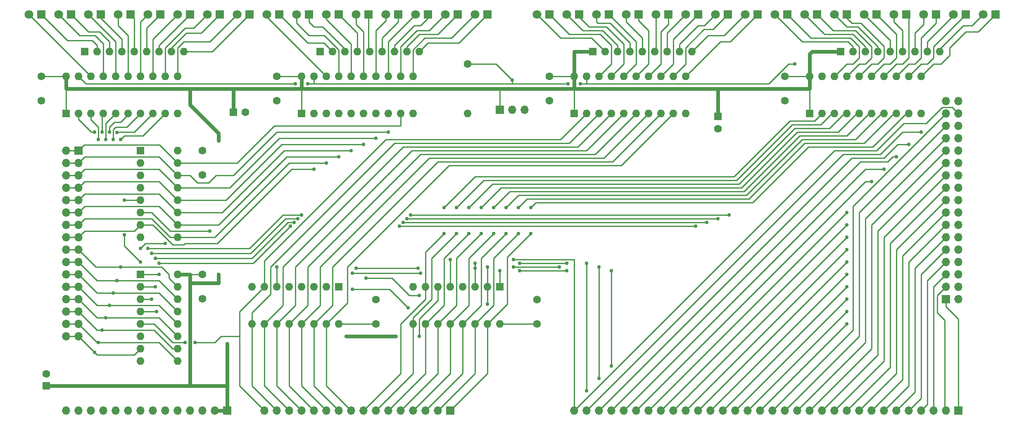
<source format=gtl>
G04 #@! TF.GenerationSoftware,KiCad,Pcbnew,(7.0.0)*
G04 #@! TF.CreationDate,2023-09-24T17:47:33-07:00*
G04 #@! TF.ProjectId,peripheral_connect,70657269-7068-4657-9261-6c5f636f6e6e,rev?*
G04 #@! TF.SameCoordinates,Original*
G04 #@! TF.FileFunction,Copper,L1,Top*
G04 #@! TF.FilePolarity,Positive*
%FSLAX46Y46*%
G04 Gerber Fmt 4.6, Leading zero omitted, Abs format (unit mm)*
G04 Created by KiCad (PCBNEW (7.0.0)) date 2023-09-24 17:47:33*
%MOMM*%
%LPD*%
G01*
G04 APERTURE LIST*
G04 #@! TA.AperFunction,ComponentPad*
%ADD10R,1.800000X1.800000*%
G04 #@! TD*
G04 #@! TA.AperFunction,ComponentPad*
%ADD11C,1.800000*%
G04 #@! TD*
G04 #@! TA.AperFunction,ComponentPad*
%ADD12R,1.700000X1.700000*%
G04 #@! TD*
G04 #@! TA.AperFunction,ComponentPad*
%ADD13O,1.700000X1.700000*%
G04 #@! TD*
G04 #@! TA.AperFunction,ComponentPad*
%ADD14R,1.600000X1.600000*%
G04 #@! TD*
G04 #@! TA.AperFunction,ComponentPad*
%ADD15O,1.600000X1.600000*%
G04 #@! TD*
G04 #@! TA.AperFunction,ComponentPad*
%ADD16C,1.600000*%
G04 #@! TD*
G04 #@! TA.AperFunction,ViaPad*
%ADD17C,0.762000*%
G04 #@! TD*
G04 #@! TA.AperFunction,Conductor*
%ADD18C,0.254000*%
G04 #@! TD*
G04 #@! TA.AperFunction,Conductor*
%ADD19C,0.762000*%
G04 #@! TD*
G04 APERTURE END LIST*
D10*
X251459999Y-63499999D03*
D11*
X248920000Y-63500000D03*
D12*
X63499999Y-91439999D03*
D13*
X60959999Y-91439999D03*
X63499999Y-93979999D03*
X60959999Y-93979999D03*
X63499999Y-96519999D03*
X60959999Y-96519999D03*
X63499999Y-99059999D03*
X60959999Y-99059999D03*
X63499999Y-101599999D03*
X60959999Y-101599999D03*
X63499999Y-104139999D03*
X60959999Y-104139999D03*
X63499999Y-106679999D03*
X60959999Y-106679999D03*
X63499999Y-109219999D03*
X60959999Y-109219999D03*
X63499999Y-111759999D03*
X60959999Y-111759999D03*
X63499999Y-114299999D03*
X60959999Y-114299999D03*
X63499999Y-116839999D03*
X60959999Y-116839999D03*
X63499999Y-119379999D03*
X60959999Y-119379999D03*
X63499999Y-121919999D03*
X60959999Y-121919999D03*
X63499999Y-124459999D03*
X60959999Y-124459999D03*
X63499999Y-126999999D03*
X60959999Y-126999999D03*
X63499999Y-129539999D03*
X60959999Y-129539999D03*
D10*
X80263999Y-63499999D03*
D11*
X77724000Y-63500000D03*
D14*
X76199999Y-116839999D03*
D15*
X76199999Y-119379999D03*
X76199999Y-121919999D03*
X76199999Y-124459999D03*
X76199999Y-126999999D03*
X76199999Y-129539999D03*
X76199999Y-132079999D03*
X76199999Y-134619999D03*
X83819999Y-134619999D03*
X83819999Y-132079999D03*
X83819999Y-129539999D03*
X83819999Y-126999999D03*
X83819999Y-124459999D03*
X83819999Y-121919999D03*
X83819999Y-119379999D03*
X83819999Y-116839999D03*
D10*
X202691999Y-63499999D03*
D11*
X200152000Y-63500000D03*
D12*
X139699999Y-144779999D03*
D13*
X137159999Y-144779999D03*
X134619999Y-144779999D03*
X132079999Y-144779999D03*
X129539999Y-144779999D03*
X126999999Y-144779999D03*
X124459999Y-144779999D03*
X121919999Y-144779999D03*
X119379999Y-144779999D03*
X116839999Y-144779999D03*
X114299999Y-144779999D03*
X111759999Y-144779999D03*
X109219999Y-144779999D03*
X106679999Y-144779999D03*
X104139999Y-144779999D03*
X101599999Y-144779999D03*
D14*
X95249999Y-83565999D03*
D16*
X97750000Y-83566000D03*
D14*
X60959999Y-83819999D03*
D15*
X63499999Y-83819999D03*
X66039999Y-83819999D03*
X68579999Y-83819999D03*
X71119999Y-83819999D03*
X73659999Y-83819999D03*
X76199999Y-83819999D03*
X78739999Y-83819999D03*
X81279999Y-83819999D03*
X83819999Y-83819999D03*
X83819999Y-76199999D03*
X81279999Y-76199999D03*
X78739999Y-76199999D03*
X76199999Y-76199999D03*
X73659999Y-76199999D03*
X71119999Y-76199999D03*
X68579999Y-76199999D03*
X66039999Y-76199999D03*
X63499999Y-76199999D03*
X60959999Y-76199999D03*
D10*
X172211999Y-63499999D03*
D11*
X169672000Y-63500000D03*
D10*
X178307999Y-63499999D03*
D11*
X175768000Y-63500000D03*
D10*
X104647999Y-63499999D03*
D11*
X102108000Y-63500000D03*
D12*
X241299999Y-121919999D03*
D13*
X243839999Y-121919999D03*
X241299999Y-119379999D03*
X243839999Y-119379999D03*
X241299999Y-116839999D03*
X243839999Y-116839999D03*
X241299999Y-114299999D03*
X243839999Y-114299999D03*
X241299999Y-111759999D03*
X243839999Y-111759999D03*
X241299999Y-109219999D03*
X243839999Y-109219999D03*
X241299999Y-106679999D03*
X243839999Y-106679999D03*
X241299999Y-104139999D03*
X243839999Y-104139999D03*
X241299999Y-101599999D03*
X243839999Y-101599999D03*
X241299999Y-99059999D03*
X243839999Y-99059999D03*
X241299999Y-96519999D03*
X243839999Y-96519999D03*
X241299999Y-93979999D03*
X243839999Y-93979999D03*
X241299999Y-91439999D03*
X243839999Y-91439999D03*
X241299999Y-88899999D03*
X243839999Y-88899999D03*
X241299999Y-86359999D03*
X243839999Y-86359999D03*
X241299999Y-83819999D03*
X243839999Y-83819999D03*
X241299999Y-81279999D03*
X243839999Y-81279999D03*
D10*
X214883999Y-63499999D03*
D11*
X212344000Y-63500000D03*
D12*
X149874999Y-83057999D03*
D13*
X152414999Y-83057999D03*
X154954999Y-83057999D03*
D10*
X245363999Y-63499999D03*
D11*
X242824000Y-63500000D03*
D16*
X88900000Y-91440000D03*
X88900000Y-96440000D03*
D14*
X165099999Y-83819999D03*
D15*
X167639999Y-83819999D03*
X170179999Y-83819999D03*
X172719999Y-83819999D03*
X175259999Y-83819999D03*
X177799999Y-83819999D03*
X180339999Y-83819999D03*
X182879999Y-83819999D03*
X185419999Y-83819999D03*
X187959999Y-83819999D03*
X187959999Y-76199999D03*
X185419999Y-76199999D03*
X182879999Y-76199999D03*
X180339999Y-76199999D03*
X177799999Y-76199999D03*
X175259999Y-76199999D03*
X172719999Y-76199999D03*
X170179999Y-76199999D03*
X167639999Y-76199999D03*
X165099999Y-76199999D03*
D10*
X135127999Y-63499999D03*
D11*
X132588000Y-63500000D03*
D14*
X76199999Y-91439999D03*
D15*
X76199999Y-93979999D03*
X76199999Y-96519999D03*
X76199999Y-99059999D03*
X76199999Y-101599999D03*
X76199999Y-104139999D03*
X76199999Y-106679999D03*
X76199999Y-109219999D03*
X83819999Y-109219999D03*
X83819999Y-106679999D03*
X83819999Y-104139999D03*
X83819999Y-101599999D03*
X83819999Y-99059999D03*
X83819999Y-96519999D03*
X83819999Y-93979999D03*
X83819999Y-91439999D03*
D10*
X74167999Y-63499999D03*
D11*
X71628000Y-63500000D03*
D10*
X196595999Y-63499999D03*
D11*
X194056000Y-63500000D03*
D16*
X124460000Y-127000000D03*
X124460000Y-122000000D03*
D10*
X227075999Y-63499999D03*
D11*
X224536000Y-63500000D03*
D10*
X160019999Y-63499999D03*
D11*
X157480000Y-63500000D03*
D10*
X166115999Y-63499999D03*
D11*
X163576000Y-63500000D03*
D10*
X233171999Y-63499999D03*
D11*
X230632000Y-63500000D03*
D10*
X92455999Y-63499999D03*
D11*
X89916000Y-63500000D03*
D14*
X219709999Y-71119999D03*
D15*
X222249999Y-71119999D03*
X224789999Y-71119999D03*
X227329999Y-71119999D03*
X229869999Y-71119999D03*
X232409999Y-71119999D03*
X234949999Y-71119999D03*
X237489999Y-71119999D03*
X240029999Y-71119999D03*
D16*
X157480000Y-127000000D03*
X157480000Y-122000000D03*
D14*
X149859999Y-119379999D03*
D15*
X147319999Y-119379999D03*
X144779999Y-119379999D03*
X142239999Y-119379999D03*
X139699999Y-119379999D03*
X137159999Y-119379999D03*
X134619999Y-119379999D03*
X132079999Y-119379999D03*
X132079999Y-126999999D03*
X134619999Y-126999999D03*
X137159999Y-126999999D03*
X139699999Y-126999999D03*
X142239999Y-126999999D03*
X144779999Y-126999999D03*
X147319999Y-126999999D03*
X149859999Y-126999999D03*
D10*
X129031999Y-63499999D03*
D11*
X126492000Y-63500000D03*
D14*
X64769999Y-71119999D03*
D15*
X67309999Y-71119999D03*
X69849999Y-71119999D03*
X72389999Y-71119999D03*
X74929999Y-71119999D03*
X77469999Y-71119999D03*
X80009999Y-71119999D03*
X82549999Y-71119999D03*
X85089999Y-71119999D03*
D14*
X168909999Y-71119999D03*
D15*
X171449999Y-71119999D03*
X173989999Y-71119999D03*
X176529999Y-71119999D03*
X179069999Y-71119999D03*
X181609999Y-71119999D03*
X184149999Y-71119999D03*
X186689999Y-71119999D03*
X189229999Y-71119999D03*
D14*
X56895999Y-139699999D03*
D16*
X56896000Y-137200000D03*
D10*
X68071999Y-63504499D03*
D11*
X65532000Y-63504500D03*
D10*
X86359999Y-63499999D03*
D11*
X83820000Y-63500000D03*
D12*
X93979999Y-144779999D03*
D13*
X91439999Y-144779999D03*
X88899999Y-144779999D03*
X86359999Y-144779999D03*
X83819999Y-144779999D03*
X81279999Y-144779999D03*
X78739999Y-144779999D03*
X76199999Y-144779999D03*
X73659999Y-144779999D03*
X71119999Y-144779999D03*
X68579999Y-144779999D03*
X66039999Y-144779999D03*
X63499999Y-144779999D03*
X60959999Y-144779999D03*
D10*
X147319999Y-63499999D03*
D11*
X144780000Y-63500000D03*
D16*
X104140000Y-76200000D03*
X104140000Y-81200000D03*
D14*
X109219999Y-83819999D03*
D15*
X111759999Y-83819999D03*
X114299999Y-83819999D03*
X116839999Y-83819999D03*
X119379999Y-83819999D03*
X121919999Y-83819999D03*
X124459999Y-83819999D03*
X126999999Y-83819999D03*
X129539999Y-83819999D03*
X132079999Y-83819999D03*
X132079999Y-76199999D03*
X129539999Y-76199999D03*
X126999999Y-76199999D03*
X124459999Y-76199999D03*
X121919999Y-76199999D03*
X119379999Y-76199999D03*
X116839999Y-76199999D03*
X114299999Y-76199999D03*
X111759999Y-76199999D03*
X109219999Y-76199999D03*
D10*
X122935999Y-63499999D03*
D11*
X120396000Y-63500000D03*
D10*
X141223999Y-63499999D03*
D11*
X138684000Y-63500000D03*
D16*
X88900000Y-116840000D03*
X88900000Y-121840000D03*
D10*
X116839999Y-63499999D03*
D11*
X114300000Y-63500000D03*
D10*
X208787999Y-63499999D03*
D11*
X206248000Y-63500000D03*
D10*
X184403999Y-63499999D03*
D11*
X181864000Y-63500000D03*
D16*
X143256000Y-73660000D03*
D15*
X143255999Y-83819999D03*
D16*
X55880000Y-81200000D03*
X55880000Y-76200000D03*
D14*
X213359999Y-83819999D03*
D15*
X215899999Y-83819999D03*
X218439999Y-83819999D03*
X220979999Y-83819999D03*
X223519999Y-83819999D03*
X226059999Y-83819999D03*
X228599999Y-83819999D03*
X231139999Y-83819999D03*
X233679999Y-83819999D03*
X236219999Y-83819999D03*
X236219999Y-76199999D03*
X233679999Y-76199999D03*
X231139999Y-76199999D03*
X228599999Y-76199999D03*
X226059999Y-76199999D03*
X223519999Y-76199999D03*
X220979999Y-76199999D03*
X218439999Y-76199999D03*
X215899999Y-76199999D03*
X213359999Y-76199999D03*
D14*
X116839999Y-119379999D03*
D15*
X114299999Y-119379999D03*
X111759999Y-119379999D03*
X109219999Y-119379999D03*
X106679999Y-119379999D03*
X104139999Y-119379999D03*
X101599999Y-119379999D03*
X99059999Y-119379999D03*
X99059999Y-126999999D03*
X101599999Y-126999999D03*
X104139999Y-126999999D03*
X106679999Y-126999999D03*
X109219999Y-126999999D03*
X111759999Y-126999999D03*
X114299999Y-126999999D03*
X116839999Y-126999999D03*
D10*
X190499999Y-63499999D03*
D11*
X187960000Y-63500000D03*
D10*
X98551999Y-63499999D03*
D11*
X96012000Y-63500000D03*
D10*
X110743999Y-63499999D03*
D11*
X108204000Y-63500000D03*
D14*
X113029999Y-71119999D03*
D15*
X115569999Y-71119999D03*
X118109999Y-71119999D03*
X120649999Y-71119999D03*
X123189999Y-71119999D03*
X125729999Y-71119999D03*
X128269999Y-71119999D03*
X130809999Y-71119999D03*
X133349999Y-71119999D03*
D16*
X160020000Y-81200000D03*
X160020000Y-76200000D03*
D14*
X194563999Y-84415620D03*
D16*
X194564000Y-86915621D03*
D10*
X220979999Y-63499999D03*
D11*
X218440000Y-63500000D03*
D12*
X243839999Y-144779999D03*
D13*
X241299999Y-144779999D03*
X238759999Y-144779999D03*
X236219999Y-144779999D03*
X233679999Y-144779999D03*
X231139999Y-144779999D03*
X228599999Y-144779999D03*
X226059999Y-144779999D03*
X223519999Y-144779999D03*
X220979999Y-144779999D03*
X218439999Y-144779999D03*
X215899999Y-144779999D03*
X213359999Y-144779999D03*
X210819999Y-144779999D03*
X208279999Y-144779999D03*
X205739999Y-144779999D03*
X203199999Y-144779999D03*
X200659999Y-144779999D03*
X198119999Y-144779999D03*
X195579999Y-144779999D03*
X193039999Y-144779999D03*
X190499999Y-144779999D03*
X187959999Y-144779999D03*
X185419999Y-144779999D03*
X182879999Y-144779999D03*
X180339999Y-144779999D03*
X177799999Y-144779999D03*
X175259999Y-144779999D03*
X172719999Y-144779999D03*
X170179999Y-144779999D03*
X167639999Y-144779999D03*
X165099999Y-144779999D03*
D16*
X208280000Y-76200000D03*
X208280000Y-81200000D03*
D10*
X55879999Y-63499999D03*
D11*
X53340000Y-63500000D03*
D10*
X61975999Y-63504499D03*
D11*
X59436000Y-63504500D03*
D10*
X239267999Y-63499999D03*
D11*
X236728000Y-63500000D03*
D17*
X93980000Y-131064000D03*
X90424000Y-107950000D03*
X127000000Y-129540000D03*
X120142000Y-129540000D03*
X133350000Y-129540000D03*
X92202000Y-87884000D03*
X128524000Y-129540000D03*
X118364000Y-129540000D03*
X92202000Y-118618000D03*
X93980000Y-132588000D03*
X92202000Y-116840000D03*
X92202000Y-89408000D03*
X81280000Y-110490000D03*
X79502000Y-124460000D03*
X76200000Y-111506000D03*
X80010000Y-114554000D03*
X106934000Y-106934000D03*
X220980000Y-127000000D03*
X189992000Y-106934000D03*
X129286000Y-106934000D03*
X80010000Y-116840000D03*
X220980000Y-124460000D03*
X192278000Y-106172000D03*
X130048000Y-106172000D03*
X107696000Y-106172000D03*
X79248000Y-113538000D03*
X79247500Y-119380000D03*
X194564000Y-105410000D03*
X78486000Y-112522000D03*
X220980000Y-121920000D03*
X78485500Y-121920000D03*
X108458000Y-105410000D03*
X130810000Y-105410000D03*
X196850000Y-104648000D03*
X220980000Y-119380000D03*
X131572000Y-104648000D03*
X77724000Y-111505500D03*
X109220000Y-104648000D03*
X220980000Y-116840000D03*
X220980000Y-114300000D03*
X220980000Y-111760000D03*
X220980000Y-109220000D03*
X220980000Y-106680000D03*
X220980000Y-104140000D03*
X226060000Y-97790000D03*
X228600000Y-95250000D03*
X133604000Y-116586000D03*
X149860000Y-116078000D03*
X231140000Y-92710000D03*
X172720000Y-116078000D03*
X153924000Y-116078000D03*
X163576000Y-116078000D03*
X119634000Y-116586000D03*
X172720000Y-135636000D03*
X131064000Y-123698000D03*
X170180000Y-138176000D03*
X170180000Y-115316000D03*
X147320000Y-122936000D03*
X147320000Y-115316000D03*
X119634000Y-119888000D03*
X152654000Y-115316000D03*
X233680000Y-90170000D03*
X162052000Y-115316000D03*
X163576000Y-114554000D03*
X144780000Y-114554000D03*
X167640000Y-140716000D03*
X153924000Y-114554000D03*
X133096000Y-115570000D03*
X144780000Y-115570000D03*
X236220000Y-87630000D03*
X167640000Y-114554000D03*
X120396000Y-115570000D03*
X122428000Y-117602000D03*
X133350000Y-121158000D03*
X139700000Y-113792000D03*
X152654000Y-113792000D03*
X104140000Y-115316000D03*
X156210000Y-103124000D03*
X156210000Y-108458000D03*
X153670000Y-108458000D03*
X153670000Y-103124000D03*
X151130000Y-103124000D03*
X151130000Y-108458000D03*
X148590000Y-103124000D03*
X148590000Y-108458000D03*
X146050000Y-103124000D03*
X146050000Y-108458000D03*
X143510000Y-108458000D03*
X143510000Y-103124000D03*
X140970000Y-103124000D03*
X140970000Y-108458000D03*
X138430000Y-108458000D03*
X138430000Y-103124000D03*
X85344000Y-130810000D03*
X72898000Y-101600000D03*
X87376000Y-130810000D03*
X72898000Y-108712000D03*
X76200000Y-114300000D03*
X127000000Y-87630000D03*
X124460000Y-88900000D03*
X121920000Y-90170000D03*
X119380000Y-91440000D03*
X116840000Y-92710000D03*
X114300000Y-93980000D03*
X111760000Y-95250000D03*
X72136000Y-115316000D03*
X72136000Y-89154000D03*
X71404462Y-87660462D03*
X71374000Y-118110000D03*
X70612000Y-120650000D03*
X70612000Y-89154000D03*
X69850000Y-87630000D03*
X69850000Y-123190000D03*
X69088000Y-89154000D03*
X69088000Y-125730000D03*
X68326000Y-128270000D03*
X68326000Y-87630000D03*
X67564000Y-89154000D03*
X67564000Y-130810000D03*
X66802000Y-87630000D03*
X66802000Y-132842000D03*
X166370000Y-77724000D03*
X107950000Y-77724000D03*
X163830000Y-77724000D03*
X110490000Y-77724000D03*
X210312000Y-73660000D03*
X152415000Y-76962000D03*
D18*
X137160000Y-122174000D02*
X133350000Y-125984000D01*
D19*
X93980000Y-139700000D02*
X93980000Y-144780000D01*
X86360000Y-82042000D02*
X86360000Y-78740000D01*
X120142000Y-129540000D02*
X127000000Y-129540000D01*
X86360000Y-139700000D02*
X86360000Y-118618000D01*
D18*
X133350000Y-125984000D02*
X133350000Y-129540000D01*
D19*
X168910000Y-71120000D02*
X165100000Y-71120000D01*
X213360000Y-71628000D02*
X213868000Y-71120000D01*
D18*
X109220000Y-83820000D02*
X109220000Y-78740000D01*
D19*
X95250000Y-78740000D02*
X109220000Y-78740000D01*
D18*
X124460000Y-127000000D02*
X116840000Y-127000000D01*
D19*
X86360000Y-78740000D02*
X60960000Y-78740000D01*
X91440000Y-144780000D02*
X93980000Y-144780000D01*
X194564000Y-78740000D02*
X213360000Y-78740000D01*
X95250000Y-78740000D02*
X95250000Y-83566000D01*
D18*
X90424000Y-107950000D02*
X82296000Y-107950000D01*
X88900000Y-116840000D02*
X86360000Y-116840000D01*
D19*
X165100000Y-78740000D02*
X194564000Y-78740000D01*
X91440000Y-139700000D02*
X93980000Y-139700000D01*
D18*
X165100000Y-83820000D02*
X165100000Y-78740000D01*
X160020000Y-76200000D02*
X165100000Y-76200000D01*
D19*
X127000000Y-129540000D02*
X128524000Y-129540000D01*
X86360000Y-78740000D02*
X95250000Y-78740000D01*
X86360000Y-116840000D02*
X83820000Y-116840000D01*
X165100000Y-71120000D02*
X165100000Y-73660000D01*
X144780000Y-78740000D02*
X165100000Y-78740000D01*
X165100000Y-73660000D02*
X165100000Y-76200000D01*
D18*
X149875000Y-83058000D02*
X149875000Y-78740000D01*
D19*
X118364000Y-129540000D02*
X120142000Y-129540000D01*
D18*
X208280000Y-76200000D02*
X213360000Y-76200000D01*
D19*
X60960000Y-76200000D02*
X60960000Y-78740000D01*
X86360000Y-118618000D02*
X92202000Y-118618000D01*
X165100000Y-76200000D02*
X165100000Y-78740000D01*
X109220000Y-76200000D02*
X109220000Y-78740000D01*
X194564000Y-78740000D02*
X194564000Y-84415621D01*
X109220000Y-78740000D02*
X144780000Y-78740000D01*
X86360000Y-118618000D02*
X86360000Y-116840000D01*
D18*
X60960000Y-83820000D02*
X60960000Y-78740000D01*
X82296000Y-107950000D02*
X78486000Y-104140000D01*
X78486000Y-104140000D02*
X76200000Y-104140000D01*
D19*
X93980000Y-131064000D02*
X93980000Y-132588000D01*
D18*
X55880000Y-76200000D02*
X60960000Y-76200000D01*
X213360000Y-83820000D02*
X213360000Y-78740000D01*
D19*
X92202000Y-89408000D02*
X92202000Y-87884000D01*
X86360000Y-139700000D02*
X56896000Y-139700000D01*
X92202000Y-116840000D02*
X92202000Y-118618000D01*
X213360000Y-78740000D02*
X213360000Y-71628000D01*
D18*
X104140000Y-76200000D02*
X109220000Y-76200000D01*
X157480000Y-127000000D02*
X149860000Y-127000000D01*
D19*
X92202000Y-87884000D02*
X86360000Y-82042000D01*
D18*
X137160000Y-119380000D02*
X137160000Y-122174000D01*
D19*
X93980000Y-132588000D02*
X93980000Y-139700000D01*
X213868000Y-71120000D02*
X219710000Y-71120000D01*
X86360000Y-139700000D02*
X91440000Y-139700000D01*
D18*
X81280000Y-110490000D02*
X77216000Y-110490000D01*
X79502000Y-124460000D02*
X76200000Y-124460000D01*
X77216000Y-110490000D02*
X76200000Y-111506000D01*
X241300000Y-123444000D02*
X241300000Y-121920000D01*
X243840000Y-144780000D02*
X243840000Y-125984000D01*
X243840000Y-125984000D02*
X241300000Y-123444000D01*
X241046000Y-144526000D02*
X241046000Y-126238000D01*
X239522000Y-124714000D02*
X239522000Y-121158000D01*
X241046000Y-126238000D02*
X239522000Y-124714000D01*
X239522000Y-121158000D02*
X241300000Y-119380000D01*
X241300000Y-144780000D02*
X241046000Y-144526000D01*
X238760000Y-144780000D02*
X238760000Y-119380000D01*
X238760000Y-119380000D02*
X241300000Y-116840000D01*
X237490000Y-143510000D02*
X237490000Y-118110000D01*
X236220000Y-144780000D02*
X237490000Y-143510000D01*
X237490000Y-118110000D02*
X241300000Y-114300000D01*
X233680000Y-144780000D02*
X236220000Y-142240000D01*
X236220000Y-116840000D02*
X241300000Y-111760000D01*
X236220000Y-142240000D02*
X236220000Y-116840000D01*
X231140000Y-144780000D02*
X234950000Y-140970000D01*
X234950000Y-140970000D02*
X234950000Y-115570000D01*
X234950000Y-115570000D02*
X241300000Y-109220000D01*
X233680000Y-139700000D02*
X233680000Y-114300000D01*
X228600000Y-144780000D02*
X233680000Y-139700000D01*
X233680000Y-114300000D02*
X241300000Y-106680000D01*
X226060000Y-144780000D02*
X232410000Y-138430000D01*
X232410000Y-113030000D02*
X241300000Y-104140000D01*
X232410000Y-138430000D02*
X232410000Y-113030000D01*
X231140000Y-137160000D02*
X231140000Y-111760000D01*
X231140000Y-111760000D02*
X241300000Y-101600000D01*
X223520000Y-144780000D02*
X231140000Y-137160000D01*
X229870000Y-135890000D02*
X229870000Y-110490000D01*
X220980000Y-144780000D02*
X229870000Y-135890000D01*
X229870000Y-110490000D02*
X241300000Y-99060000D01*
X218440000Y-144780000D02*
X228600000Y-134620000D01*
X228600000Y-109220000D02*
X241300000Y-96520000D01*
X228600000Y-134620000D02*
X228600000Y-109220000D01*
X215900000Y-144780000D02*
X227330000Y-133350000D01*
X227330000Y-107950000D02*
X241300000Y-93980000D01*
X227330000Y-133350000D02*
X227330000Y-107950000D01*
X213360000Y-144780000D02*
X226060000Y-132080000D01*
X226060000Y-132080000D02*
X226060000Y-106680000D01*
X226060000Y-106680000D02*
X241300000Y-91440000D01*
X224790000Y-130810000D02*
X224790000Y-105410000D01*
X210820000Y-144780000D02*
X224790000Y-130810000D01*
X224790000Y-105410000D02*
X241300000Y-88900000D01*
X223520000Y-104140000D02*
X223520000Y-129540000D01*
X241300000Y-86360000D02*
X223520000Y-104140000D01*
X223520000Y-129540000D02*
X208280000Y-144780000D01*
X222250000Y-102870000D02*
X222250000Y-128270000D01*
X241300000Y-83820000D02*
X222250000Y-102870000D01*
X222250000Y-128270000D02*
X205740000Y-144780000D01*
X99314000Y-114554000D02*
X106934000Y-106934000D01*
X76200000Y-116840000D02*
X80010000Y-116840000D01*
X80010000Y-114554000D02*
X99314000Y-114554000D01*
X129286000Y-106934000D02*
X189992000Y-106934000D01*
X220980000Y-127000000D02*
X203200000Y-144780000D01*
X79248000Y-113538000D02*
X99060000Y-113538000D01*
X200660000Y-144780000D02*
X220980000Y-124460000D01*
X99060000Y-113538000D02*
X106426000Y-106172000D01*
X76200000Y-119380000D02*
X79247500Y-119380000D01*
X192278000Y-106172000D02*
X130048000Y-106172000D01*
X106426000Y-106172000D02*
X107696000Y-106172000D01*
X76200000Y-121920000D02*
X78485500Y-121920000D01*
X194564000Y-105410000D02*
X130810000Y-105410000D01*
X98806000Y-112522000D02*
X105918000Y-105410000D01*
X78486000Y-112522000D02*
X98806000Y-112522000D01*
X220980000Y-121920000D02*
X198120000Y-144780000D01*
X105918000Y-105410000D02*
X108458000Y-105410000D01*
X77724000Y-111505500D02*
X77724500Y-111506000D01*
X98552000Y-111506000D02*
X105410000Y-104648000D01*
X77724500Y-111506000D02*
X98552000Y-111506000D01*
X196850000Y-104648000D02*
X131572000Y-104648000D01*
X105410000Y-104648000D02*
X109220000Y-104648000D01*
X195580000Y-144780000D02*
X220980000Y-119380000D01*
X220980000Y-116840000D02*
X193040000Y-144780000D01*
X190500000Y-144780000D02*
X220980000Y-114300000D01*
X220980000Y-111760000D02*
X187960000Y-144780000D01*
X185420000Y-144780000D02*
X220980000Y-109220000D01*
X182880000Y-144780000D02*
X220980000Y-106680000D01*
X220980000Y-104140000D02*
X180340000Y-144780000D01*
X226060000Y-97790000D02*
X224790000Y-97790000D01*
X224790000Y-97790000D02*
X177800000Y-144780000D01*
X228600000Y-95250000D02*
X224790000Y-95250000D01*
X224790000Y-95250000D02*
X175260000Y-144780000D01*
X231140000Y-92710000D02*
X230378000Y-92710000D01*
X172720000Y-144780000D02*
X223774000Y-93726000D01*
X230378000Y-92710000D02*
X229362000Y-93726000D01*
X119634000Y-116586000D02*
X133604000Y-116586000D01*
X229362000Y-93726000D02*
X223774000Y-93726000D01*
X172720000Y-135636000D02*
X172720000Y-116078000D01*
X149860000Y-119380000D02*
X149860000Y-116078000D01*
X153924000Y-116078000D02*
X163576000Y-116078000D01*
X147320000Y-119380000D02*
X147320000Y-115316000D01*
X170180000Y-115316000D02*
X170180000Y-138176000D01*
X233680000Y-90170000D02*
X231394000Y-90170000D01*
X152654000Y-115316000D02*
X162052000Y-115316000D01*
X231394000Y-90170000D02*
X228600000Y-92964000D01*
X221996000Y-92964000D02*
X170180000Y-144780000D01*
X147320000Y-122936000D02*
X147320000Y-119380000D01*
X127254000Y-119888000D02*
X119634000Y-119888000D01*
X228600000Y-92964000D02*
X221996000Y-92964000D01*
X131064000Y-123698000D02*
X127254000Y-119888000D01*
X144780000Y-119380000D02*
X144780000Y-115570000D01*
X227838000Y-92202000D02*
X220218000Y-92202000D01*
X133096000Y-115570000D02*
X120396000Y-115570000D01*
X144780000Y-115570000D02*
X144780000Y-114554000D01*
X236220000Y-87630000D02*
X232410000Y-87630000D01*
X167640000Y-140716000D02*
X167640000Y-114554000D01*
X232410000Y-87630000D02*
X227838000Y-92202000D01*
X153924000Y-114554000D02*
X163576000Y-114554000D01*
X167640000Y-144780000D02*
X220218000Y-92202000D01*
X139700000Y-119380000D02*
X139700000Y-113792000D01*
X165100000Y-144780000D02*
X165100000Y-113792000D01*
X133350000Y-121158000D02*
X131318000Y-121158000D01*
X242570000Y-82550000D02*
X240538000Y-82550000D01*
X131318000Y-121158000D02*
X127762000Y-117602000D01*
X227076000Y-91440000D02*
X218440000Y-91440000D01*
X152654000Y-113792000D02*
X165100000Y-113792000D01*
X240538000Y-82550000D02*
X237236000Y-85852000D01*
X237236000Y-85852000D02*
X232664000Y-85852000D01*
X218440000Y-91440000D02*
X165100000Y-144780000D01*
X127762000Y-117602000D02*
X122428000Y-117602000D01*
X243840000Y-83820000D02*
X242570000Y-82550000D01*
X104140000Y-119380000D02*
X104140000Y-115316000D01*
X232664000Y-85852000D02*
X227076000Y-91440000D01*
X147320000Y-137160000D02*
X139700000Y-144780000D01*
X233172000Y-83820000D02*
X233680000Y-83820000D01*
X201676000Y-102108000D02*
X213106000Y-90678000D01*
X151384000Y-113284000D02*
X151384000Y-122936000D01*
X157226000Y-102108000D02*
X201676000Y-102108000D01*
X213106000Y-90678000D02*
X226314000Y-90678000D01*
X156210000Y-108458000D02*
X151384000Y-113284000D01*
X226314000Y-90678000D02*
X233172000Y-83820000D01*
X156210000Y-103124000D02*
X157226000Y-102108000D01*
X147320000Y-127000000D02*
X147320000Y-137160000D01*
X151384000Y-122936000D02*
X147320000Y-127000000D01*
X144780000Y-137160000D02*
X144780000Y-127000000D01*
X137160000Y-144780000D02*
X144780000Y-137160000D01*
X153670000Y-103124000D02*
X155448000Y-101346000D01*
X155448000Y-101346000D02*
X200914000Y-101346000D01*
X153670000Y-108458000D02*
X148590000Y-113538000D01*
X212344000Y-89916000D02*
X224536000Y-89916000D01*
X148590000Y-113538000D02*
X148590000Y-123190000D01*
X200914000Y-101346000D02*
X212344000Y-89916000D01*
X148590000Y-123190000D02*
X144780000Y-127000000D01*
X224536000Y-89916000D02*
X230632000Y-83820000D01*
X230632000Y-83820000D02*
X231140000Y-83820000D01*
X228092000Y-83820000D02*
X228600000Y-83820000D01*
X211836000Y-89154000D02*
X222758000Y-89154000D01*
X200406000Y-100584000D02*
X211836000Y-89154000D01*
X142240000Y-137160000D02*
X142240000Y-127000000D01*
X146050000Y-123190000D02*
X142240000Y-127000000D01*
X146050000Y-113538000D02*
X146050000Y-123190000D01*
X151130000Y-103124000D02*
X153670000Y-100584000D01*
X134620000Y-144780000D02*
X142240000Y-137160000D01*
X153670000Y-100584000D02*
X200406000Y-100584000D01*
X151130000Y-108458000D02*
X146050000Y-113538000D01*
X222758000Y-89154000D02*
X228092000Y-83820000D01*
X143510000Y-113538000D02*
X143510000Y-123190000D01*
X211328000Y-88392000D02*
X220980000Y-88392000D01*
X143510000Y-123190000D02*
X139700000Y-127000000D01*
X220980000Y-88392000D02*
X225552000Y-83820000D01*
X151892000Y-99822000D02*
X199898000Y-99822000D01*
X225552000Y-83820000D02*
X226060000Y-83820000D01*
X199898000Y-99822000D02*
X211328000Y-88392000D01*
X148590000Y-108458000D02*
X143510000Y-113538000D01*
X148590000Y-103124000D02*
X151892000Y-99822000D01*
X132080000Y-144780000D02*
X139700000Y-137160000D01*
X139700000Y-137160000D02*
X139700000Y-127000000D01*
X140970000Y-113538000D02*
X140970000Y-123190000D01*
X223012000Y-83820000D02*
X223520000Y-83820000D01*
X146050000Y-103124000D02*
X150114000Y-99060000D01*
X150114000Y-99060000D02*
X199390000Y-99060000D01*
X140970000Y-123190000D02*
X137160000Y-127000000D01*
X146050000Y-108458000D02*
X140970000Y-113538000D01*
X199390000Y-99060000D02*
X210820000Y-87630000D01*
X129540000Y-144780000D02*
X137160000Y-137160000D01*
X210820000Y-87630000D02*
X219202000Y-87630000D01*
X219202000Y-87630000D02*
X223012000Y-83820000D01*
X137160000Y-137160000D02*
X137160000Y-127000000D01*
X134620000Y-137160000D02*
X134620000Y-127000000D01*
X198882000Y-98298000D02*
X210312000Y-86868000D01*
X143510000Y-108458000D02*
X138430000Y-113538000D01*
X220472000Y-83820000D02*
X220980000Y-83820000D01*
X217424000Y-86868000D02*
X220472000Y-83820000D01*
X138430000Y-123190000D02*
X134620000Y-127000000D01*
X210312000Y-86868000D02*
X217424000Y-86868000D01*
X138430000Y-113538000D02*
X138430000Y-123190000D01*
X127000000Y-144780000D02*
X134620000Y-137160000D01*
X143510000Y-103124000D02*
X148336000Y-98298000D01*
X148336000Y-98298000D02*
X198882000Y-98298000D01*
X146558000Y-97536000D02*
X198374000Y-97536000D01*
X217932000Y-83820000D02*
X218440000Y-83820000D01*
X209804000Y-86106000D02*
X215646000Y-86106000D01*
X140970000Y-103124000D02*
X146558000Y-97536000D01*
X198374000Y-97536000D02*
X209804000Y-86106000D01*
X135890000Y-113538000D02*
X135890000Y-121920000D01*
X135890000Y-121920000D02*
X132080000Y-125730000D01*
X124460000Y-144780000D02*
X132080000Y-137160000D01*
X132080000Y-137160000D02*
X132080000Y-127000000D01*
X215646000Y-86106000D02*
X217932000Y-83820000D01*
X140970000Y-108458000D02*
X135890000Y-113538000D01*
X132080000Y-125730000D02*
X132080000Y-127000000D01*
X134620000Y-112268000D02*
X134620000Y-119380000D01*
X214376000Y-85344000D02*
X215900000Y-83820000D01*
X121920000Y-144780000D02*
X129540000Y-137160000D01*
X129540000Y-127000000D02*
X129540000Y-137160000D01*
X138430000Y-103124000D02*
X144780000Y-96774000D01*
X209296000Y-85344000D02*
X214376000Y-85344000D01*
X134620000Y-121920000D02*
X129540000Y-127000000D01*
X197866000Y-96774000D02*
X209296000Y-85344000D01*
X144780000Y-96774000D02*
X197866000Y-96774000D01*
X134620000Y-119380000D02*
X134620000Y-121920000D01*
X138430000Y-108458000D02*
X134620000Y-112268000D01*
X174752000Y-94488000D02*
X185420000Y-83820000D01*
X139446000Y-94488000D02*
X174752000Y-94488000D01*
X119380000Y-144780000D02*
X114300000Y-139700000D01*
X118618000Y-122682000D02*
X118618000Y-115316000D01*
X114300000Y-139700000D02*
X114300000Y-127000000D01*
X118618000Y-115316000D02*
X139446000Y-94488000D01*
X114300000Y-127000000D02*
X118618000Y-122682000D01*
X115570000Y-123190000D02*
X115570000Y-115316000D01*
X111760000Y-127000000D02*
X115570000Y-123190000D01*
X111760000Y-139700000D02*
X111760000Y-127000000D01*
X172974000Y-93726000D02*
X182880000Y-83820000D01*
X116840000Y-144780000D02*
X111760000Y-139700000D01*
X137160000Y-93726000D02*
X172974000Y-93726000D01*
X115570000Y-115316000D02*
X137160000Y-93726000D01*
X135382000Y-92964000D02*
X171196000Y-92964000D01*
X113030000Y-123190000D02*
X113030000Y-115316000D01*
X109220000Y-139700000D02*
X109220000Y-127000000D01*
X109220000Y-127000000D02*
X113030000Y-123190000D01*
X114300000Y-144780000D02*
X109220000Y-139700000D01*
X113030000Y-115316000D02*
X135382000Y-92964000D01*
X171196000Y-92964000D02*
X180340000Y-83820000D01*
X110490000Y-123190000D02*
X110490000Y-115316000D01*
X169418000Y-92202000D02*
X177800000Y-83820000D01*
X111760000Y-144780000D02*
X106680000Y-139700000D01*
X106680000Y-127000000D02*
X110490000Y-123190000D01*
X110490000Y-115316000D02*
X133604000Y-92202000D01*
X133604000Y-92202000D02*
X169418000Y-92202000D01*
X106680000Y-139700000D02*
X106680000Y-127000000D01*
X109220000Y-144780000D02*
X104140000Y-139700000D01*
X167640000Y-91440000D02*
X175260000Y-83820000D01*
X104140000Y-139700000D02*
X104140000Y-127000000D01*
X131826000Y-91440000D02*
X167640000Y-91440000D01*
X107950000Y-123190000D02*
X107950000Y-115316000D01*
X107950000Y-115316000D02*
X131826000Y-91440000D01*
X104140000Y-127000000D02*
X107950000Y-123190000D01*
X105410000Y-115316000D02*
X130048000Y-90678000D01*
X130048000Y-90678000D02*
X165862000Y-90678000D01*
X106680000Y-144780000D02*
X101600000Y-139700000D01*
X105410000Y-123190000D02*
X105410000Y-115316000D01*
X101600000Y-139700000D02*
X101600000Y-127000000D01*
X165862000Y-90678000D02*
X172720000Y-83820000D01*
X101600000Y-127000000D02*
X105410000Y-123190000D01*
X99060000Y-127000000D02*
X99060000Y-124714000D01*
X102870000Y-120904000D02*
X102870000Y-115316000D01*
X99060000Y-139700000D02*
X99060000Y-127000000D01*
X99060000Y-124714000D02*
X102870000Y-120904000D01*
X102870000Y-115316000D02*
X128270000Y-89916000D01*
X128270000Y-89916000D02*
X164084000Y-89916000D01*
X164084000Y-89916000D02*
X170180000Y-83820000D01*
X104140000Y-144780000D02*
X99060000Y-139700000D01*
X78994000Y-127000000D02*
X82804000Y-130810000D01*
X82804000Y-130810000D02*
X85344000Y-130810000D01*
X87376000Y-130810000D02*
X91440000Y-130810000D01*
X72898000Y-101600000D02*
X76200000Y-101600000D01*
X101600000Y-114046000D02*
X126492000Y-89154000D01*
X72898000Y-108712000D02*
X72898000Y-110998000D01*
X96520000Y-124460000D02*
X101600000Y-119380000D01*
X76200000Y-127000000D02*
X78994000Y-127000000D01*
X91440000Y-130810000D02*
X92710000Y-129540000D01*
X72898000Y-110998000D02*
X76200000Y-114300000D01*
X101600000Y-119380000D02*
X101600000Y-114046000D01*
X96520000Y-139700000D02*
X96520000Y-129540000D01*
X96520000Y-129540000D02*
X96520000Y-124460000D01*
X101600000Y-144780000D02*
X96520000Y-139700000D01*
X162306000Y-89154000D02*
X167640000Y-83820000D01*
X92710000Y-129540000D02*
X96520000Y-129540000D01*
X126492000Y-89154000D02*
X162306000Y-89154000D01*
X64681000Y-90259000D02*
X63500000Y-91440000D01*
X96012000Y-93980000D02*
X103632000Y-86360000D01*
X80099000Y-90259000D02*
X64681000Y-90259000D01*
X63500000Y-91440000D02*
X60960000Y-91440000D01*
X129540000Y-86360000D02*
X129540000Y-83820000D01*
X103632000Y-86360000D02*
X129540000Y-86360000D01*
X83820000Y-93980000D02*
X80099000Y-90259000D01*
X83820000Y-93980000D02*
X96012000Y-93980000D01*
X83820000Y-96520000D02*
X86360000Y-96520000D01*
X60960000Y-93980000D02*
X63500000Y-93980000D01*
X86360000Y-96520000D02*
X87884000Y-98044000D01*
X90170000Y-98044000D02*
X91694000Y-96520000D01*
X95250000Y-96520000D02*
X104140000Y-87630000D01*
X87884000Y-98044000D02*
X90170000Y-98044000D01*
X64770000Y-92710000D02*
X63500000Y-93980000D01*
X91694000Y-96520000D02*
X95250000Y-96520000D01*
X83820000Y-96520000D02*
X80010000Y-92710000D01*
X80010000Y-92710000D02*
X64770000Y-92710000D01*
X104140000Y-87630000D02*
X127000000Y-87630000D01*
X80010000Y-95250000D02*
X64770000Y-95250000D01*
X83820000Y-99060000D02*
X94488000Y-99060000D01*
X104648000Y-88900000D02*
X124460000Y-88900000D01*
X64770000Y-95250000D02*
X63500000Y-96520000D01*
X83820000Y-99060000D02*
X80010000Y-95250000D01*
X63500000Y-96520000D02*
X60960000Y-96520000D01*
X94488000Y-99060000D02*
X104648000Y-88900000D01*
X83820000Y-101600000D02*
X80010000Y-97790000D01*
X64770000Y-97790000D02*
X63500000Y-99060000D01*
X60960000Y-99060000D02*
X63500000Y-99060000D01*
X93726000Y-101600000D02*
X105156000Y-90170000D01*
X83820000Y-101600000D02*
X93726000Y-101600000D01*
X105156000Y-90170000D02*
X121920000Y-90170000D01*
X80010000Y-97790000D02*
X64770000Y-97790000D01*
X64770000Y-100330000D02*
X63500000Y-101600000D01*
X63500000Y-101600000D02*
X60960000Y-101600000D01*
X83820000Y-104140000D02*
X80010000Y-100330000D01*
X105664000Y-91440000D02*
X119380000Y-91440000D01*
X83820000Y-104140000D02*
X92964000Y-104140000D01*
X80010000Y-100330000D02*
X64770000Y-100330000D01*
X92964000Y-104140000D02*
X105664000Y-91440000D01*
X83820000Y-106680000D02*
X92202000Y-106680000D01*
X92202000Y-106680000D02*
X106172000Y-92710000D01*
X64770000Y-102870000D02*
X63500000Y-104140000D01*
X83820000Y-106680000D02*
X80010000Y-102870000D01*
X80010000Y-102870000D02*
X64770000Y-102870000D01*
X63500000Y-104140000D02*
X60960000Y-104140000D01*
X106172000Y-92710000D02*
X116840000Y-92710000D01*
X91440000Y-109220000D02*
X106680000Y-93980000D01*
X78486000Y-105410000D02*
X64770000Y-105410000D01*
X83820000Y-109220000D02*
X82296000Y-109220000D01*
X82296000Y-109220000D02*
X78486000Y-105410000D01*
X83820000Y-109220000D02*
X91440000Y-109220000D01*
X63500000Y-106680000D02*
X60960000Y-106680000D01*
X64770000Y-105410000D02*
X63500000Y-106680000D01*
X106680000Y-93980000D02*
X114300000Y-93980000D01*
X78740000Y-106680000D02*
X82804000Y-110744000D01*
X76200000Y-106680000D02*
X78740000Y-106680000D01*
X85344000Y-110490000D02*
X91948000Y-110490000D01*
X63500000Y-109220000D02*
X60960000Y-109220000D01*
X74930000Y-107950000D02*
X64770000Y-107950000D01*
X91948000Y-110490000D02*
X107188000Y-95250000D01*
X107188000Y-95250000D02*
X111760000Y-95250000D01*
X76200000Y-106680000D02*
X74930000Y-107950000D01*
X64770000Y-107950000D02*
X63500000Y-109220000D01*
X82804000Y-110744000D02*
X85090000Y-110744000D01*
X85090000Y-110744000D02*
X85344000Y-110490000D01*
X72136000Y-89154000D02*
X72898000Y-88392000D01*
X72136000Y-115316000D02*
X67056000Y-115316000D01*
X72898000Y-88392000D02*
X76708000Y-88392000D01*
X76708000Y-88392000D02*
X81280000Y-83820000D01*
X82042000Y-116840000D02*
X80518000Y-115316000D01*
X67056000Y-115316000D02*
X63500000Y-111760000D01*
X80518000Y-115316000D02*
X72136000Y-115316000D01*
X82042000Y-117602000D02*
X82042000Y-116840000D01*
X63500000Y-111760000D02*
X60960000Y-111760000D01*
X83820000Y-119380000D02*
X82042000Y-117602000D01*
X63500000Y-114300000D02*
X60960000Y-114300000D01*
X71434924Y-87630000D02*
X74930000Y-87630000D01*
X71374000Y-118110000D02*
X67310000Y-118110000D01*
X74930000Y-87630000D02*
X78740000Y-83820000D01*
X83820000Y-121920000D02*
X80010000Y-118110000D01*
X71404462Y-87660462D02*
X71434924Y-87630000D01*
X67310000Y-118110000D02*
X63500000Y-114300000D01*
X80010000Y-118110000D02*
X71374000Y-118110000D01*
X63500000Y-116840000D02*
X60960000Y-116840000D01*
X70612000Y-89154000D02*
X70612000Y-87122000D01*
X70612000Y-87122000D02*
X71120000Y-86614000D01*
X71120000Y-86614000D02*
X73406000Y-86614000D01*
X80010000Y-120650000D02*
X70612000Y-120650000D01*
X70612000Y-120650000D02*
X67310000Y-120650000D01*
X73406000Y-86614000D02*
X76200000Y-83820000D01*
X83820000Y-124460000D02*
X80010000Y-120650000D01*
X67310000Y-120650000D02*
X63500000Y-116840000D01*
X83820000Y-127000000D02*
X80010000Y-123190000D01*
X69850000Y-87630000D02*
X69850000Y-86614000D01*
X72136000Y-85598000D02*
X73660000Y-84074000D01*
X69850000Y-86614000D02*
X70866000Y-85598000D01*
X67310000Y-123190000D02*
X63500000Y-119380000D01*
X69850000Y-123190000D02*
X67310000Y-123190000D01*
X80010000Y-123190000D02*
X69850000Y-123190000D01*
X73660000Y-84074000D02*
X73660000Y-83820000D01*
X63500000Y-119380000D02*
X60960000Y-119380000D01*
X70866000Y-85598000D02*
X72136000Y-85598000D01*
X83820000Y-129540000D02*
X80010000Y-125730000D01*
X69088000Y-89154000D02*
X69088000Y-85852000D01*
X67310000Y-125730000D02*
X63500000Y-121920000D01*
X63500000Y-121920000D02*
X60960000Y-121920000D01*
X69088000Y-125730000D02*
X67310000Y-125730000D01*
X69088000Y-85852000D02*
X71120000Y-83820000D01*
X80010000Y-125730000D02*
X69088000Y-125730000D01*
X78994000Y-128270000D02*
X68326000Y-128270000D01*
X82804000Y-132080000D02*
X78994000Y-128270000D01*
X68326000Y-128270000D02*
X67310000Y-128270000D01*
X63500000Y-124460000D02*
X60960000Y-124460000D01*
X83820000Y-132080000D02*
X82804000Y-132080000D01*
X68326000Y-84074000D02*
X68580000Y-83820000D01*
X67310000Y-128270000D02*
X63500000Y-124460000D01*
X68326000Y-87630000D02*
X68326000Y-84074000D01*
X67310000Y-130810000D02*
X63500000Y-127000000D01*
X60960000Y-127000000D02*
X63500000Y-127000000D01*
X67564000Y-130810000D02*
X80010000Y-130810000D01*
X66040000Y-85090000D02*
X66040000Y-83820000D01*
X67564000Y-89154000D02*
X67564000Y-86614000D01*
X67564000Y-130810000D02*
X67310000Y-130810000D01*
X67564000Y-86614000D02*
X66040000Y-85090000D01*
X80010000Y-130810000D02*
X83820000Y-134620000D01*
X74930000Y-133350000D02*
X76200000Y-132080000D01*
X63500000Y-84951370D02*
X63500000Y-83820000D01*
X60960000Y-129540000D02*
X63500000Y-129540000D01*
X66802000Y-87630000D02*
X66178630Y-87630000D01*
X66802000Y-132842000D02*
X67310000Y-133350000D01*
X66802000Y-132842000D02*
X63500000Y-129540000D01*
X67310000Y-133350000D02*
X74930000Y-133350000D01*
X66178630Y-87630000D02*
X63500000Y-84951370D01*
X246634000Y-65786000D02*
X244856000Y-65786000D01*
X240030000Y-70612000D02*
X240030000Y-71120000D01*
X248920000Y-63500000D02*
X246634000Y-65786000D01*
X244856000Y-65786000D02*
X240030000Y-70612000D01*
X247904000Y-67056000D02*
X251460000Y-63500000D01*
X238760000Y-73660000D02*
X240284000Y-73660000D01*
X242062000Y-70358000D02*
X245364000Y-67056000D01*
X245364000Y-67056000D02*
X247904000Y-67056000D01*
X242062000Y-71882000D02*
X242062000Y-70358000D01*
X236220000Y-76200000D02*
X238760000Y-73660000D01*
X240284000Y-73660000D02*
X242062000Y-71882000D01*
X242824000Y-63500000D02*
X242824000Y-63754000D01*
X237490000Y-69088000D02*
X237490000Y-71120000D01*
X242824000Y-63754000D02*
X237490000Y-69088000D01*
X245364000Y-63500000D02*
X238760000Y-70104000D01*
X238760000Y-72390000D02*
X237490000Y-73660000D01*
X238760000Y-70104000D02*
X238760000Y-72390000D01*
X237490000Y-73660000D02*
X236220000Y-73660000D01*
X236220000Y-73660000D02*
X233680000Y-76200000D01*
X236220000Y-68326000D02*
X236220000Y-72390000D01*
X239268000Y-65278000D02*
X236220000Y-68326000D01*
X236220000Y-72390000D02*
X234950000Y-73660000D01*
X239268000Y-63500000D02*
X239268000Y-65278000D01*
X234950000Y-73660000D02*
X233680000Y-73660000D01*
X233680000Y-73660000D02*
X231140000Y-76200000D01*
X234950000Y-67310000D02*
X234950000Y-71120000D01*
X236728000Y-63500000D02*
X236728000Y-65532000D01*
X236728000Y-65532000D02*
X234950000Y-67310000D01*
X233680000Y-72390000D02*
X232410000Y-73660000D01*
X231140000Y-73660000D02*
X228600000Y-76200000D01*
X233680000Y-64008000D02*
X233680000Y-72390000D01*
X233172000Y-63500000D02*
X233680000Y-64008000D01*
X232410000Y-73660000D02*
X231140000Y-73660000D01*
X230632000Y-65024000D02*
X232410000Y-66802000D01*
X230632000Y-63500000D02*
X230632000Y-65024000D01*
X232410000Y-66802000D02*
X232410000Y-71120000D01*
X229870000Y-73660000D02*
X228600000Y-73660000D01*
X228600000Y-73660000D02*
X226060000Y-76200000D01*
X231140000Y-72390000D02*
X229870000Y-73660000D01*
X227076000Y-63500000D02*
X231140000Y-67564000D01*
X231140000Y-67564000D02*
X231140000Y-72390000D01*
X224536000Y-63500000D02*
X229870000Y-68834000D01*
X229870000Y-68834000D02*
X229870000Y-71120000D01*
X228600000Y-72390000D02*
X227330000Y-73660000D01*
X228600000Y-69966000D02*
X228600000Y-72390000D01*
X227330000Y-73660000D02*
X226060000Y-73660000D01*
X220980000Y-63500000D02*
X220980000Y-64262000D01*
X220980000Y-64262000D02*
X221996000Y-65278000D01*
X221996000Y-65278000D02*
X223912000Y-65278000D01*
X226060000Y-73660000D02*
X223520000Y-76200000D01*
X223912000Y-65278000D02*
X228600000Y-69966000D01*
X220980000Y-66040000D02*
X223266000Y-66040000D01*
X218440000Y-63500000D02*
X220980000Y-66040000D01*
X223266000Y-66040000D02*
X227330000Y-70104000D01*
X227330000Y-70104000D02*
X227330000Y-71120000D01*
X223520000Y-73660000D02*
X220980000Y-76200000D01*
X222758000Y-66802000D02*
X226060000Y-70104000D01*
X218186000Y-66802000D02*
X222758000Y-66802000D01*
X226060000Y-70104000D02*
X226060000Y-72390000D01*
X224790000Y-73660000D02*
X223520000Y-73660000D01*
X226060000Y-72390000D02*
X224790000Y-73660000D01*
X214884000Y-63500000D02*
X218186000Y-66802000D01*
X224790000Y-70104000D02*
X224790000Y-71120000D01*
X216408000Y-67564000D02*
X222250000Y-67564000D01*
X212344000Y-63500000D02*
X216408000Y-67564000D01*
X222250000Y-67564000D02*
X224790000Y-70104000D01*
X221742000Y-68326000D02*
X223520000Y-70104000D01*
X208788000Y-63500000D02*
X213614000Y-68326000D01*
X213614000Y-68326000D02*
X221742000Y-68326000D01*
X220980000Y-73660000D02*
X218440000Y-76200000D01*
X223520000Y-70104000D02*
X223520000Y-72390000D01*
X223520000Y-72390000D02*
X222250000Y-73660000D01*
X222250000Y-73660000D02*
X220980000Y-73660000D01*
X206248000Y-63500000D02*
X211836000Y-69088000D01*
X221234000Y-69088000D02*
X222250000Y-70104000D01*
X211836000Y-69088000D02*
X221234000Y-69088000D01*
X222250000Y-70104000D02*
X222250000Y-71120000D01*
X187960000Y-76200000D02*
X195072000Y-69088000D01*
X195072000Y-69088000D02*
X197104000Y-69088000D01*
X197104000Y-69088000D02*
X202692000Y-63500000D01*
X195834000Y-67818000D02*
X192532000Y-67818000D01*
X192532000Y-67818000D02*
X189230000Y-71120000D01*
X200152000Y-63500000D02*
X195834000Y-67818000D01*
X187960000Y-73660000D02*
X185420000Y-76200000D01*
X191726420Y-66548000D02*
X187960000Y-70314420D01*
X187960000Y-70314420D02*
X187960000Y-73660000D01*
X193548000Y-66548000D02*
X191726420Y-66548000D01*
X196596000Y-63500000D02*
X193548000Y-66548000D01*
X194056000Y-63500000D02*
X191770000Y-65786000D01*
X186690000Y-69596000D02*
X186690000Y-71120000D01*
X191770000Y-65786000D02*
X190500000Y-65786000D01*
X190500000Y-65786000D02*
X186690000Y-69596000D01*
X185420000Y-68580000D02*
X185420000Y-73660000D01*
X190500000Y-63500000D02*
X185420000Y-68580000D01*
X185420000Y-73660000D02*
X182880000Y-76200000D01*
X184150000Y-67310000D02*
X184150000Y-71120000D01*
X187960000Y-63500000D02*
X184150000Y-67310000D01*
X184404000Y-63500000D02*
X184404000Y-65532000D01*
X182880000Y-73660000D02*
X180340000Y-76200000D01*
X184404000Y-65532000D02*
X182880000Y-67056000D01*
X182880000Y-67056000D02*
X182880000Y-73660000D01*
X181864000Y-70866000D02*
X181610000Y-71120000D01*
X181864000Y-63500000D02*
X181864000Y-70866000D01*
X178308000Y-64770000D02*
X180340000Y-66802000D01*
X180340000Y-66802000D02*
X180340000Y-73660000D01*
X180340000Y-73660000D02*
X177800000Y-76200000D01*
X178308000Y-63500000D02*
X178308000Y-64770000D01*
X179070000Y-68326000D02*
X179070000Y-71120000D01*
X175768000Y-63500000D02*
X175768000Y-65024000D01*
X175768000Y-65024000D02*
X179070000Y-68326000D01*
X177800000Y-69088000D02*
X177800000Y-73660000D01*
X172212000Y-63500000D02*
X177800000Y-69088000D01*
X177800000Y-73660000D02*
X175260000Y-76200000D01*
X172466000Y-65278000D02*
X176530000Y-69342000D01*
X169672000Y-65024000D02*
X169926000Y-65278000D01*
X176530000Y-69342000D02*
X176530000Y-71120000D01*
X169926000Y-65278000D02*
X172466000Y-65278000D01*
X169672000Y-63500000D02*
X169672000Y-65024000D01*
X171704000Y-66040000D02*
X175260000Y-69596000D01*
X166116000Y-63500000D02*
X166116000Y-64008000D01*
X168148000Y-66040000D02*
X171704000Y-66040000D01*
X175260000Y-73660000D02*
X172720000Y-76200000D01*
X166116000Y-64008000D02*
X168148000Y-66040000D01*
X175260000Y-69596000D02*
X175260000Y-73660000D01*
X170942000Y-66802000D02*
X173990000Y-69850000D01*
X163576000Y-63500000D02*
X166878000Y-66802000D01*
X173990000Y-69850000D02*
X173990000Y-71120000D01*
X166878000Y-66802000D02*
X170942000Y-66802000D01*
X172720000Y-73660000D02*
X170180000Y-76200000D01*
X170434000Y-67564000D02*
X172720000Y-69850000D01*
X172720000Y-69850000D02*
X172720000Y-73660000D01*
X164084000Y-67564000D02*
X170434000Y-67564000D01*
X160020000Y-63500000D02*
X164084000Y-67564000D01*
X157480000Y-63500000D02*
X162306000Y-68326000D01*
X162306000Y-68326000D02*
X168656000Y-68326000D01*
X168656000Y-68326000D02*
X171450000Y-71120000D01*
X141478000Y-69342000D02*
X147320000Y-63500000D01*
X135128000Y-69342000D02*
X141478000Y-69342000D01*
X133350000Y-71120000D02*
X135128000Y-69342000D01*
X132080000Y-70719813D02*
X132080000Y-76200000D01*
X144780000Y-63500000D02*
X139954000Y-68326000D01*
X139954000Y-68326000D02*
X134473813Y-68326000D01*
X134473813Y-68326000D02*
X132080000Y-70719813D01*
X141224000Y-63500000D02*
X137160000Y-67564000D01*
X130810000Y-70104000D02*
X130810000Y-71120000D01*
X137160000Y-67564000D02*
X133350000Y-67564000D01*
X133350000Y-67564000D02*
X130810000Y-70104000D01*
X129540000Y-70104000D02*
X129540000Y-76200000D01*
X135382000Y-66802000D02*
X132842000Y-66802000D01*
X138684000Y-63500000D02*
X135382000Y-66802000D01*
X132842000Y-66802000D02*
X129540000Y-70104000D01*
X135128000Y-64262000D02*
X133604000Y-65786000D01*
X135128000Y-63500000D02*
X135128000Y-64262000D01*
X128270000Y-69850000D02*
X128270000Y-71120000D01*
X132334000Y-65786000D02*
X128270000Y-69850000D01*
X133604000Y-65786000D02*
X132334000Y-65786000D01*
X132588000Y-63500000D02*
X127000000Y-69088000D01*
X127000000Y-69088000D02*
X127000000Y-76200000D01*
X129032000Y-65024000D02*
X125730000Y-68326000D01*
X125730000Y-68326000D02*
X125730000Y-71120000D01*
X129032000Y-63500000D02*
X129032000Y-65024000D01*
X126492000Y-63500000D02*
X126492000Y-64770000D01*
X124460000Y-66802000D02*
X124460000Y-76200000D01*
X126492000Y-64770000D02*
X124460000Y-66802000D01*
X122936000Y-70866000D02*
X123190000Y-71120000D01*
X122936000Y-63500000D02*
X122936000Y-70866000D01*
X120396000Y-65532000D02*
X121920000Y-67056000D01*
X120396000Y-63500000D02*
X120396000Y-65532000D01*
X121920000Y-67056000D02*
X121920000Y-76200000D01*
X120650000Y-67310000D02*
X120650000Y-71120000D01*
X116840000Y-63500000D02*
X120650000Y-67310000D01*
X119380000Y-69596000D02*
X119380000Y-76200000D01*
X114300000Y-64516000D02*
X119380000Y-69596000D01*
X114300000Y-63500000D02*
X114300000Y-64516000D01*
X113538000Y-66040000D02*
X118110000Y-70612000D01*
X118110000Y-70612000D02*
X118110000Y-71120000D01*
X110744000Y-65024000D02*
X111760000Y-66040000D01*
X111760000Y-66040000D02*
X113538000Y-66040000D01*
X110744000Y-63500000D02*
X110744000Y-65024000D01*
X110744000Y-67818000D02*
X108204000Y-65278000D01*
X116840000Y-70719813D02*
X113938187Y-67818000D01*
X108204000Y-65278000D02*
X108204000Y-63500000D01*
X116840000Y-76200000D02*
X116840000Y-70719813D01*
X113938187Y-67818000D02*
X110744000Y-67818000D01*
X113792000Y-69342000D02*
X115570000Y-71120000D01*
X104648000Y-63500000D02*
X110490000Y-69342000D01*
X110490000Y-69342000D02*
X113792000Y-69342000D01*
X114300000Y-76200000D02*
X102108000Y-64008000D01*
X102108000Y-64008000D02*
X102108000Y-63500000D01*
X90932000Y-71120000D02*
X98552000Y-63500000D01*
X85090000Y-71120000D02*
X90932000Y-71120000D01*
X90424000Y-69088000D02*
X96012000Y-63500000D01*
X83820000Y-76200000D02*
X83820000Y-70358000D01*
X83820000Y-70358000D02*
X85090000Y-69088000D01*
X85090000Y-69088000D02*
X90424000Y-69088000D01*
X82550000Y-71120000D02*
X82550000Y-70358000D01*
X85598000Y-67310000D02*
X88646000Y-67310000D01*
X88646000Y-67310000D02*
X92456000Y-63500000D01*
X82550000Y-70358000D02*
X85598000Y-67310000D01*
X81280000Y-70358000D02*
X85344000Y-66294000D01*
X87122000Y-66294000D02*
X89916000Y-63500000D01*
X85344000Y-66294000D02*
X87122000Y-66294000D01*
X81280000Y-76200000D02*
X81280000Y-70358000D01*
X80010000Y-69850000D02*
X86360000Y-63500000D01*
X80010000Y-71120000D02*
X80010000Y-69850000D01*
X78740000Y-68580000D02*
X83820000Y-63500000D01*
X78740000Y-76200000D02*
X78740000Y-68580000D01*
X77470000Y-66294000D02*
X80264000Y-63500000D01*
X77470000Y-71120000D02*
X77470000Y-66294000D01*
X77724000Y-63500000D02*
X76200000Y-65024000D01*
X76200000Y-65024000D02*
X76200000Y-76200000D01*
X74930000Y-64262000D02*
X74930000Y-71120000D01*
X74168000Y-63500000D02*
X74930000Y-64262000D01*
X73660000Y-67818000D02*
X73660000Y-76200000D01*
X71628000Y-63500000D02*
X71628000Y-65786000D01*
X71628000Y-65786000D02*
X73660000Y-67818000D01*
X72390000Y-68580000D02*
X72390000Y-71120000D01*
X68072000Y-64262000D02*
X72390000Y-68580000D01*
X68072000Y-63504500D02*
X68072000Y-64262000D01*
X71120000Y-69092500D02*
X71120000Y-76200000D01*
X65532000Y-63504500D02*
X71120000Y-69092500D01*
X67818000Y-67056000D02*
X65527500Y-67056000D01*
X65527500Y-67056000D02*
X61976000Y-63504500D01*
X69850000Y-69088000D02*
X67818000Y-67056000D01*
X69850000Y-71120000D02*
X69850000Y-69088000D01*
X66948187Y-67818000D02*
X63749500Y-67818000D01*
X68580000Y-76200000D02*
X68580000Y-69449813D01*
X68580000Y-69449813D02*
X66948187Y-67818000D01*
X63749500Y-67818000D02*
X59436000Y-63504500D01*
X61214000Y-68834000D02*
X55880000Y-63500000D01*
X66294000Y-68834000D02*
X61214000Y-68834000D01*
X67310000Y-71120000D02*
X67310000Y-69850000D01*
X67310000Y-69850000D02*
X66294000Y-68834000D01*
X53340000Y-63500000D02*
X66040000Y-76200000D01*
X163830000Y-77724000D02*
X147320000Y-77724000D01*
X65024000Y-77724000D02*
X63500000Y-76200000D01*
X152415000Y-76962000D02*
X149113000Y-73660000D01*
X107950000Y-77724000D02*
X65024000Y-77724000D01*
X147320000Y-77724000D02*
X111760000Y-77724000D01*
X111760000Y-77724000D02*
X110490000Y-77724000D01*
X149098000Y-73660000D02*
X143256000Y-73660000D01*
X167640000Y-76200000D02*
X167640000Y-77724000D01*
X210312000Y-73660000D02*
X209042000Y-73660000D01*
X152415000Y-76962000D02*
X152415000Y-77724000D01*
X209042000Y-73660000D02*
X204978000Y-77724000D01*
X111760000Y-77724000D02*
X111760000Y-76200000D01*
X167640000Y-77724000D02*
X166370000Y-77724000D01*
X204978000Y-77724000D02*
X167640000Y-77724000D01*
M02*

</source>
